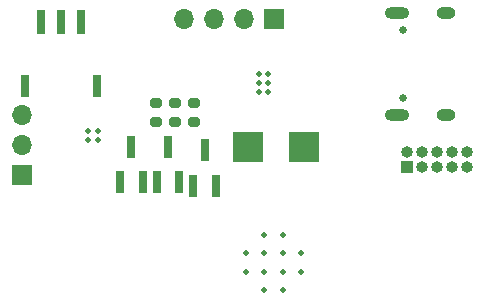
<source format=gbs>
G04 #@! TF.GenerationSoftware,KiCad,Pcbnew,(6.0.8)*
G04 #@! TF.CreationDate,2022-11-17T21:44:11-05:00*
G04 #@! TF.ProjectId,Emrick,456d7269-636b-42e6-9b69-6361645f7063,2*
G04 #@! TF.SameCoordinates,Original*
G04 #@! TF.FileFunction,Soldermask,Bot*
G04 #@! TF.FilePolarity,Negative*
%FSLAX46Y46*%
G04 Gerber Fmt 4.6, Leading zero omitted, Abs format (unit mm)*
G04 Created by KiCad (PCBNEW (6.0.8)) date 2022-11-17 21:44:11*
%MOMM*%
%LPD*%
G01*
G04 APERTURE LIST*
G04 Aperture macros list*
%AMRoundRect*
0 Rectangle with rounded corners*
0 $1 Rounding radius*
0 $2 $3 $4 $5 $6 $7 $8 $9 X,Y pos of 4 corners*
0 Add a 4 corners polygon primitive as box body*
4,1,4,$2,$3,$4,$5,$6,$7,$8,$9,$2,$3,0*
0 Add four circle primitives for the rounded corners*
1,1,$1+$1,$2,$3*
1,1,$1+$1,$4,$5*
1,1,$1+$1,$6,$7*
1,1,$1+$1,$8,$9*
0 Add four rect primitives between the rounded corners*
20,1,$1+$1,$2,$3,$4,$5,0*
20,1,$1+$1,$4,$5,$6,$7,0*
20,1,$1+$1,$6,$7,$8,$9,0*
20,1,$1+$1,$8,$9,$2,$3,0*%
G04 Aperture macros list end*
%ADD10R,0.800000X1.900000*%
%ADD11C,0.508000*%
%ADD12C,0.499999*%
%ADD13R,1.000000X1.000000*%
%ADD14O,1.000000X1.000000*%
%ADD15R,1.700000X1.700000*%
%ADD16O,1.700000X1.700000*%
%ADD17C,0.650000*%
%ADD18O,1.600000X1.000000*%
%ADD19O,2.100000X1.000000*%
%ADD20R,2.500000X2.500000*%
%ADD21RoundRect,0.200000X-0.275000X0.200000X-0.275000X-0.200000X0.275000X-0.200000X0.275000X0.200000X0*%
%ADD22R,0.762000X1.854200*%
%ADD23R,0.660400X2.000000*%
G04 APERTURE END LIST*
D10*
X100350000Y-33150000D03*
X98450000Y-33150000D03*
X99400000Y-30150000D03*
X94150000Y-32850000D03*
X92250000Y-32850000D03*
X93200000Y-29850000D03*
X97250000Y-32850000D03*
X95350000Y-32850000D03*
X96300000Y-29850000D03*
D11*
X89571300Y-29293700D03*
X90358700Y-28506300D03*
X90358700Y-29293700D03*
X89571300Y-28506300D03*
D12*
X102875001Y-40453501D03*
X106003501Y-37325001D03*
X106003501Y-41974999D03*
X102875001Y-38846499D03*
X107524999Y-38846499D03*
X104396499Y-41974999D03*
X104396499Y-40453501D03*
X107524999Y-40453501D03*
X104396499Y-38846499D03*
X104396499Y-37325001D03*
X106003501Y-38846499D03*
X106003501Y-40453501D03*
D13*
X116550000Y-31575000D03*
D14*
X116550000Y-30305000D03*
X117820000Y-31575000D03*
X117820000Y-30305000D03*
X119090000Y-31575000D03*
X119090000Y-30305000D03*
X120360000Y-31575000D03*
X120360000Y-30305000D03*
X121630000Y-31575000D03*
X121630000Y-30305000D03*
D15*
X83907000Y-32281000D03*
D16*
X83907000Y-29741000D03*
X83907000Y-27201000D03*
D15*
X105300000Y-19075000D03*
D16*
X102760000Y-19075000D03*
X100220000Y-19075000D03*
X97680000Y-19075000D03*
D17*
X116195000Y-25740000D03*
X116195000Y-19960000D03*
D18*
X119875000Y-27170000D03*
D19*
X115695000Y-18530000D03*
X115695000Y-27170000D03*
D18*
X119875000Y-18530000D03*
D11*
X104793700Y-24450000D03*
X104006300Y-25237400D03*
X104006300Y-23662600D03*
X104793700Y-23662600D03*
X104006300Y-24450000D03*
X104793700Y-25237400D03*
D20*
X107800000Y-29850000D03*
X103100000Y-29850000D03*
D21*
X98517500Y-26117500D03*
X98517500Y-27767500D03*
D22*
X84175000Y-24727400D03*
X90325000Y-24727400D03*
D23*
X85550001Y-19262000D03*
X87250000Y-19262000D03*
X88949999Y-19262000D03*
D21*
X96917500Y-26117500D03*
X96917500Y-27767500D03*
X95317500Y-26117500D03*
X95317500Y-27767500D03*
M02*

</source>
